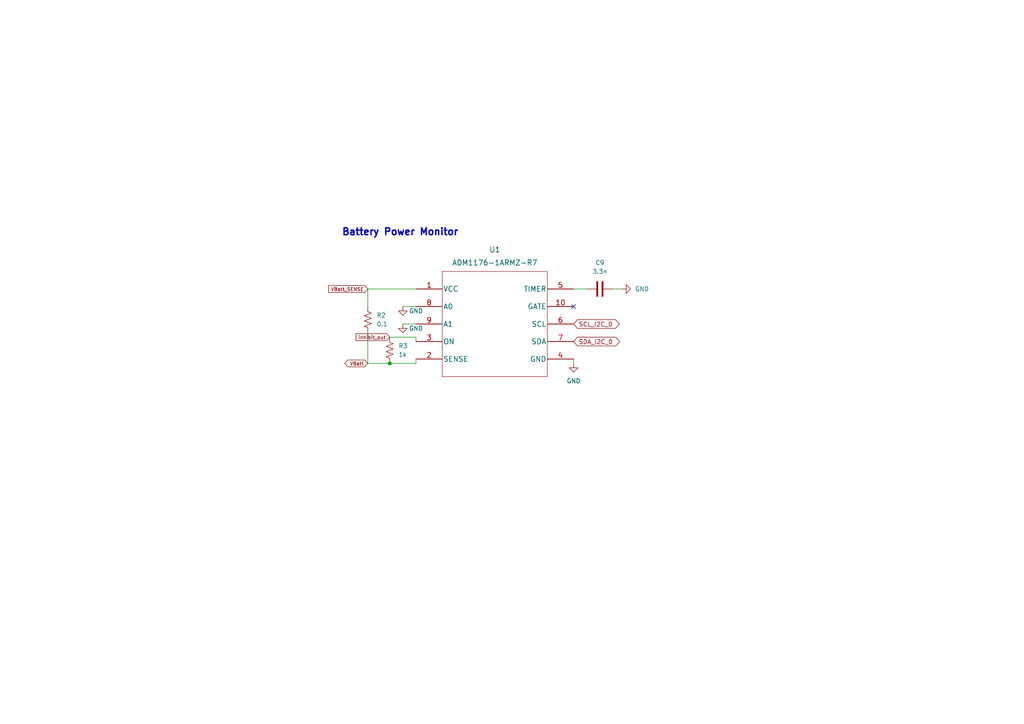
<source format=kicad_sch>
(kicad_sch (version 20211123) (generator eeschema)

  (uuid abad9eab-1114-43d2-af0e-09a1c281ed2b)

  (paper "A4")

  (lib_symbols
    (symbol "ADM1176-1ARMZ-R7:ADM1176-1ARMZ-R7" (pin_names (offset 0.254)) (in_bom yes) (on_board yes)
      (property "Reference" "U" (id 0) (at 22.86 10.16 0)
        (effects (font (size 1.524 1.524)))
      )
      (property "Value" "ADM1176-1ARMZ-R7" (id 1) (at 22.86 7.62 0)
        (effects (font (size 1.524 1.524)))
      )
      (property "Footprint" "RM_10_ADI" (id 2) (at 22.86 6.096 0)
        (effects (font (size 1.524 1.524)) hide)
      )
      (property "Datasheet" "" (id 3) (at 0 0 0)
        (effects (font (size 1.524 1.524)))
      )
      (property "ki_locked" "" (id 4) (at 0 0 0)
        (effects (font (size 1.27 1.27)))
      )
      (property "ki_fp_filters" "RM_10_ADI RM_10_ADI-M RM_10_ADI-L" (id 5) (at 0 0 0)
        (effects (font (size 1.27 1.27)) hide)
      )
      (symbol "ADM1176-1ARMZ-R7_1_1"
        (polyline
          (pts
            (xy 7.62 -25.4)
            (xy 38.1 -25.4)
          )
          (stroke (width 0.127) (type default) (color 0 0 0 0))
          (fill (type none))
        )
        (polyline
          (pts
            (xy 7.62 5.08)
            (xy 7.62 -25.4)
          )
          (stroke (width 0.127) (type default) (color 0 0 0 0))
          (fill (type none))
        )
        (polyline
          (pts
            (xy 38.1 -25.4)
            (xy 38.1 5.08)
          )
          (stroke (width 0.127) (type default) (color 0 0 0 0))
          (fill (type none))
        )
        (polyline
          (pts
            (xy 38.1 5.08)
            (xy 7.62 5.08)
          )
          (stroke (width 0.127) (type default) (color 0 0 0 0))
          (fill (type none))
        )
        (pin unspecified line (at 0 0 0) (length 7.62)
          (name "VCC" (effects (font (size 1.4986 1.4986))))
          (number "1" (effects (font (size 1.4986 1.4986))))
        )
        (pin unspecified line (at 45.72 -5.08 180) (length 7.62)
          (name "GATE" (effects (font (size 1.4986 1.4986))))
          (number "10" (effects (font (size 1.4986 1.4986))))
        )
        (pin unspecified line (at 0 -20.32 0) (length 7.62)
          (name "SENSE" (effects (font (size 1.4986 1.4986))))
          (number "2" (effects (font (size 1.4986 1.4986))))
        )
        (pin unspecified line (at 0 -15.24 0) (length 7.62)
          (name "ON" (effects (font (size 1.4986 1.4986))))
          (number "3" (effects (font (size 1.4986 1.4986))))
        )
        (pin unspecified line (at 45.72 -20.32 180) (length 7.62)
          (name "GND" (effects (font (size 1.4986 1.4986))))
          (number "4" (effects (font (size 1.4986 1.4986))))
        )
        (pin unspecified line (at 45.72 0 180) (length 7.62)
          (name "TIMER" (effects (font (size 1.4986 1.4986))))
          (number "5" (effects (font (size 1.4986 1.4986))))
        )
        (pin unspecified line (at 45.72 -10.16 180) (length 7.62)
          (name "SCL" (effects (font (size 1.4986 1.4986))))
          (number "6" (effects (font (size 1.4986 1.4986))))
        )
        (pin unspecified line (at 45.72 -15.24 180) (length 7.62)
          (name "SDA" (effects (font (size 1.4986 1.4986))))
          (number "7" (effects (font (size 1.4986 1.4986))))
        )
        (pin unspecified line (at 0 -5.08 0) (length 7.62)
          (name "A0" (effects (font (size 1.4986 1.4986))))
          (number "8" (effects (font (size 1.4986 1.4986))))
        )
        (pin unspecified line (at 0 -10.16 0) (length 7.62)
          (name "A1" (effects (font (size 1.4986 1.4986))))
          (number "9" (effects (font (size 1.4986 1.4986))))
        )
      )
    )
    (symbol "Device:C" (pin_numbers hide) (pin_names (offset 0.254)) (in_bom yes) (on_board yes)
      (property "Reference" "C" (id 0) (at 0.635 2.54 0)
        (effects (font (size 1.27 1.27)) (justify left))
      )
      (property "Value" "C" (id 1) (at 0.635 -2.54 0)
        (effects (font (size 1.27 1.27)) (justify left))
      )
      (property "Footprint" "" (id 2) (at 0.9652 -3.81 0)
        (effects (font (size 1.27 1.27)) hide)
      )
      (property "Datasheet" "~" (id 3) (at 0 0 0)
        (effects (font (size 1.27 1.27)) hide)
      )
      (property "ki_keywords" "cap capacitor" (id 4) (at 0 0 0)
        (effects (font (size 1.27 1.27)) hide)
      )
      (property "ki_description" "Unpolarized capacitor" (id 5) (at 0 0 0)
        (effects (font (size 1.27 1.27)) hide)
      )
      (property "ki_fp_filters" "C_*" (id 6) (at 0 0 0)
        (effects (font (size 1.27 1.27)) hide)
      )
      (symbol "C_0_1"
        (polyline
          (pts
            (xy -2.032 -0.762)
            (xy 2.032 -0.762)
          )
          (stroke (width 0.508) (type default) (color 0 0 0 0))
          (fill (type none))
        )
        (polyline
          (pts
            (xy -2.032 0.762)
            (xy 2.032 0.762)
          )
          (stroke (width 0.508) (type default) (color 0 0 0 0))
          (fill (type none))
        )
      )
      (symbol "C_1_1"
        (pin passive line (at 0 3.81 270) (length 2.794)
          (name "~" (effects (font (size 1.27 1.27))))
          (number "1" (effects (font (size 1.27 1.27))))
        )
        (pin passive line (at 0 -3.81 90) (length 2.794)
          (name "~" (effects (font (size 1.27 1.27))))
          (number "2" (effects (font (size 1.27 1.27))))
        )
      )
    )
    (symbol "Device:R_US" (pin_numbers hide) (pin_names (offset 0)) (in_bom yes) (on_board yes)
      (property "Reference" "R" (id 0) (at 2.54 0 90)
        (effects (font (size 1.27 1.27)))
      )
      (property "Value" "R_US" (id 1) (at -2.54 0 90)
        (effects (font (size 1.27 1.27)))
      )
      (property "Footprint" "" (id 2) (at 1.016 -0.254 90)
        (effects (font (size 1.27 1.27)) hide)
      )
      (property "Datasheet" "~" (id 3) (at 0 0 0)
        (effects (font (size 1.27 1.27)) hide)
      )
      (property "ki_keywords" "R res resistor" (id 4) (at 0 0 0)
        (effects (font (size 1.27 1.27)) hide)
      )
      (property "ki_description" "Resistor, US symbol" (id 5) (at 0 0 0)
        (effects (font (size 1.27 1.27)) hide)
      )
      (property "ki_fp_filters" "R_*" (id 6) (at 0 0 0)
        (effects (font (size 1.27 1.27)) hide)
      )
      (symbol "R_US_0_1"
        (polyline
          (pts
            (xy 0 -2.286)
            (xy 0 -2.54)
          )
          (stroke (width 0) (type default) (color 0 0 0 0))
          (fill (type none))
        )
        (polyline
          (pts
            (xy 0 2.286)
            (xy 0 2.54)
          )
          (stroke (width 0) (type default) (color 0 0 0 0))
          (fill (type none))
        )
        (polyline
          (pts
            (xy 0 -0.762)
            (xy 1.016 -1.143)
            (xy 0 -1.524)
            (xy -1.016 -1.905)
            (xy 0 -2.286)
          )
          (stroke (width 0) (type default) (color 0 0 0 0))
          (fill (type none))
        )
        (polyline
          (pts
            (xy 0 0.762)
            (xy 1.016 0.381)
            (xy 0 0)
            (xy -1.016 -0.381)
            (xy 0 -0.762)
          )
          (stroke (width 0) (type default) (color 0 0 0 0))
          (fill (type none))
        )
        (polyline
          (pts
            (xy 0 2.286)
            (xy 1.016 1.905)
            (xy 0 1.524)
            (xy -1.016 1.143)
            (xy 0 0.762)
          )
          (stroke (width 0) (type default) (color 0 0 0 0))
          (fill (type none))
        )
      )
      (symbol "R_US_1_1"
        (pin passive line (at 0 3.81 270) (length 1.27)
          (name "~" (effects (font (size 1.27 1.27))))
          (number "1" (effects (font (size 1.27 1.27))))
        )
        (pin passive line (at 0 -3.81 90) (length 1.27)
          (name "~" (effects (font (size 1.27 1.27))))
          (number "2" (effects (font (size 1.27 1.27))))
        )
      )
    )
    (symbol "power:GND" (power) (pin_names (offset 0)) (in_bom yes) (on_board yes)
      (property "Reference" "#PWR" (id 0) (at 0 -6.35 0)
        (effects (font (size 1.27 1.27)) hide)
      )
      (property "Value" "GND" (id 1) (at 0 -3.81 0)
        (effects (font (size 1.27 1.27)))
      )
      (property "Footprint" "" (id 2) (at 0 0 0)
        (effects (font (size 1.27 1.27)) hide)
      )
      (property "Datasheet" "" (id 3) (at 0 0 0)
        (effects (font (size 1.27 1.27)) hide)
      )
      (property "ki_keywords" "power-flag" (id 4) (at 0 0 0)
        (effects (font (size 1.27 1.27)) hide)
      )
      (property "ki_description" "Power symbol creates a global label with name \"GND\" , ground" (id 5) (at 0 0 0)
        (effects (font (size 1.27 1.27)) hide)
      )
      (symbol "GND_0_1"
        (polyline
          (pts
            (xy 0 0)
            (xy 0 -1.27)
            (xy 1.27 -1.27)
            (xy 0 -2.54)
            (xy -1.27 -1.27)
            (xy 0 -1.27)
          )
          (stroke (width 0) (type default) (color 0 0 0 0))
          (fill (type none))
        )
      )
      (symbol "GND_1_1"
        (pin power_in line (at 0 0 270) (length 0) hide
          (name "GND" (effects (font (size 1.27 1.27))))
          (number "1" (effects (font (size 1.27 1.27))))
        )
      )
    )
  )

  (junction (at 113.03 105.41) (diameter 0) (color 0 0 0 0)
    (uuid c5ad865b-0492-4157-930d-e139c52056fe)
  )

  (no_connect (at 166.37 88.9) (uuid 2ac9f011-0225-4203-bb6d-78ed96818d82))

  (wire (pts (xy 106.68 83.82) (xy 120.65 83.82))
    (stroke (width 0) (type default) (color 0 0 0 0))
    (uuid 20571cf4-e45c-43a7-aba2-83df6de79b32)
  )
  (wire (pts (xy 106.68 105.41) (xy 106.68 96.52))
    (stroke (width 0) (type default) (color 0 0 0 0))
    (uuid 2d752d1f-c0e2-414a-bd51-6c5548a16b3e)
  )
  (wire (pts (xy 120.65 97.79) (xy 113.03 97.79))
    (stroke (width 0) (type default) (color 0 0 0 0))
    (uuid 41ef2cf0-364e-4971-b26a-b3039db7cae2)
  )
  (wire (pts (xy 113.03 105.41) (xy 106.68 105.41))
    (stroke (width 0) (type default) (color 0 0 0 0))
    (uuid 4abc3b89-5538-4b91-97b2-88e1878b6c33)
  )
  (wire (pts (xy 116.84 88.9) (xy 120.65 88.9))
    (stroke (width 0) (type default) (color 0 0 0 0))
    (uuid 4cbe419a-c133-44ab-b95d-621800042f08)
  )
  (wire (pts (xy 106.68 88.9) (xy 106.68 83.82))
    (stroke (width 0) (type default) (color 0 0 0 0))
    (uuid 54c40784-8921-4696-87ec-a300a388dc99)
  )
  (wire (pts (xy 166.37 104.14) (xy 166.37 105.41))
    (stroke (width 0) (type default) (color 0 0 0 0))
    (uuid 61f7e009-5e51-41e1-bfa8-1b928c029ffa)
  )
  (wire (pts (xy 113.03 105.41) (xy 120.65 105.41))
    (stroke (width 0) (type default) (color 0 0 0 0))
    (uuid 6ee47b2e-30d1-46a5-a6fe-03ec4bd80f5b)
  )
  (wire (pts (xy 166.37 83.82) (xy 170.18 83.82))
    (stroke (width 0) (type default) (color 0 0 0 0))
    (uuid 70625f42-ac6f-4d89-b6a3-7cf939a50a30)
  )
  (wire (pts (xy 120.65 105.41) (xy 120.65 104.14))
    (stroke (width 0) (type default) (color 0 0 0 0))
    (uuid 74e43112-240f-40a1-aa5e-0b80d2edf381)
  )
  (wire (pts (xy 177.8 83.82) (xy 180.34 83.82))
    (stroke (width 0) (type default) (color 0 0 0 0))
    (uuid 8ca11752-6b4f-4d48-bbf3-3b0c5da5443c)
  )
  (wire (pts (xy 116.84 93.98) (xy 120.65 93.98))
    (stroke (width 0) (type default) (color 0 0 0 0))
    (uuid b53687fc-9ce7-4139-b3de-3717eb016604)
  )
  (wire (pts (xy 120.65 99.06) (xy 120.65 97.79))
    (stroke (width 0) (type default) (color 0 0 0 0))
    (uuid f9492d16-2f6d-4d35-b8cd-8de6b54ed0a9)
  )

  (text "Battery Power Monitor" (at 99.06 68.58 0)
    (effects (font (size 2 2) bold) (justify left bottom))
    (uuid 5dc60946-a16d-464a-9f43-c5aded140ce8)
  )

  (global_label "SCL_I2C_0" (shape bidirectional) (at 166.37 93.98 0) (fields_autoplaced)
    (effects (font (size 1.27 1.27)) (justify left))
    (uuid 32cacae7-9de2-4b19-be9e-70b45b054dd4)
    (property "Intersheet References" "${INTERSHEET_REFS}" (id 0) (at 178.5198 93.9006 0)
      (effects (font (size 1.27 1.27)) (justify left) hide)
    )
  )
  (global_label "VBatt_SENSE" (shape input) (at 106.68 83.82 180) (fields_autoplaced)
    (effects (font (size 1 1)) (justify right))
    (uuid 85bc2f34-7430-47d9-9a3a-fd2e73901a8e)
    (property "Intersheet References" "${INTERSHEET_REFS}" (id 0) (at 95.3514 83.7575 0)
      (effects (font (size 1 1)) (justify right) hide)
    )
  )
  (global_label "SDA_I2C_0" (shape bidirectional) (at 166.37 99.06 0) (fields_autoplaced)
    (effects (font (size 1.27 1.27)) (justify left))
    (uuid c98f1907-75d6-4591-98b8-aecb647ca30f)
    (property "Intersheet References" "${INTERSHEET_REFS}" (id 0) (at 178.5802 98.9806 0)
      (effects (font (size 1.27 1.27)) (justify left) hide)
    )
  )
  (global_label "VBatt" (shape bidirectional) (at 106.68 105.41 180) (fields_autoplaced)
    (effects (font (size 1 1)) (justify right))
    (uuid d0ab2e79-b0ef-4198-8ec9-0282791afaf2)
    (property "Intersheet References" "${INTERSHEET_REFS}" (id 0) (at 100.8752 105.3475 0)
      (effects (font (size 1 1)) (justify right) hide)
    )
  )
  (global_label "inhibit_out" (shape input) (at 113.03 97.79 180) (fields_autoplaced)
    (effects (font (size 1 1)) (justify right))
    (uuid dccd8f1d-b0df-4593-9c33-4286e27abb1c)
    (property "Intersheet References" "${INTERSHEET_REFS}" (id 0) (at 103.2729 97.7275 0)
      (effects (font (size 1 1)) (justify right) hide)
    )
  )

  (symbol (lib_id "Device:R_US") (at 106.68 92.71 0) (unit 1)
    (in_bom yes) (on_board yes) (fields_autoplaced)
    (uuid 09aef8b3-e5c7-4243-a5b9-088f8aab0150)
    (property "Reference" "R2" (id 0) (at 109.22 91.4399 0)
      (effects (font (size 1.27 1.27)) (justify left))
    )
    (property "Value" "0.1" (id 1) (at 109.22 93.9799 0)
      (effects (font (size 1.27 1.27)) (justify left))
    )
    (property "Footprint" "Resistor_SMD:R_0402_1005Metric" (id 2) (at 107.696 92.964 90)
      (effects (font (size 1.27 1.27)) hide)
    )
    (property "Datasheet" "~" (id 3) (at 106.68 92.71 0)
      (effects (font (size 1.27 1.27)) hide)
    )
    (pin "1" (uuid 808663b6-1c08-4a3e-b488-3a5c2f4ef471))
    (pin "2" (uuid b8cce3c8-f0c4-4b8f-b115-00e65503b64b))
  )

  (symbol (lib_id "power:GND") (at 166.37 105.41 0) (unit 1)
    (in_bom yes) (on_board yes) (fields_autoplaced)
    (uuid 0b12419f-6bdb-4b7b-996d-f54cf3bb4e98)
    (property "Reference" "#PWR0138" (id 0) (at 166.37 111.76 0)
      (effects (font (size 1.27 1.27)) hide)
    )
    (property "Value" "GND" (id 1) (at 166.37 110.49 0))
    (property "Footprint" "" (id 2) (at 166.37 105.41 0)
      (effects (font (size 1.27 1.27)) hide)
    )
    (property "Datasheet" "" (id 3) (at 166.37 105.41 0)
      (effects (font (size 1.27 1.27)) hide)
    )
    (pin "1" (uuid 2550d4bc-9326-41cb-82fe-3f961ec2bf56))
  )

  (symbol (lib_id "power:GND") (at 116.84 88.9 0) (unit 1)
    (in_bom yes) (on_board yes)
    (uuid 0ee27ab8-d5d5-47f4-bc8f-f2bcd6d42e8d)
    (property "Reference" "#PWR0140" (id 0) (at 116.84 95.25 0)
      (effects (font (size 1.27 1.27)) hide)
    )
    (property "Value" "GND" (id 1) (at 120.65 90.17 0))
    (property "Footprint" "" (id 2) (at 116.84 88.9 0)
      (effects (font (size 1.27 1.27)) hide)
    )
    (property "Datasheet" "" (id 3) (at 116.84 88.9 0)
      (effects (font (size 1.27 1.27)) hide)
    )
    (pin "1" (uuid e9cc3434-b103-4877-a3ac-04eebf0fab50))
  )

  (symbol (lib_id "power:GND") (at 180.34 83.82 90) (unit 1)
    (in_bom yes) (on_board yes) (fields_autoplaced)
    (uuid 835d9f16-e204-4dcf-9c0b-cbff81603c63)
    (property "Reference" "#PWR0137" (id 0) (at 186.69 83.82 0)
      (effects (font (size 1.27 1.27)) hide)
    )
    (property "Value" "GND" (id 1) (at 184.15 83.8199 90)
      (effects (font (size 1.27 1.27)) (justify right))
    )
    (property "Footprint" "" (id 2) (at 180.34 83.82 0)
      (effects (font (size 1.27 1.27)) hide)
    )
    (property "Datasheet" "" (id 3) (at 180.34 83.82 0)
      (effects (font (size 1.27 1.27)) hide)
    )
    (pin "1" (uuid 8b9ffbef-f9c5-49a3-9472-da50682af935))
  )

  (symbol (lib_id "Device:C") (at 173.99 83.82 90) (unit 1)
    (in_bom yes) (on_board yes) (fields_autoplaced)
    (uuid 930fd67e-892f-4cdc-b271-b44884d5d9a9)
    (property "Reference" "C9" (id 0) (at 173.99 76.2 90))
    (property "Value" "3.3n" (id 1) (at 173.99 78.74 90))
    (property "Footprint" "Capacitor_SMD:C_0402_1005Metric" (id 2) (at 177.8 82.8548 0)
      (effects (font (size 1.27 1.27)) hide)
    )
    (property "Datasheet" "~" (id 3) (at 173.99 83.82 0)
      (effects (font (size 1.27 1.27)) hide)
    )
    (pin "1" (uuid 45e6ca89-0410-4d8e-818d-0b6b51b7f43a))
    (pin "2" (uuid 344f3b49-88b4-4bf5-86e2-80f53bcea158))
  )

  (symbol (lib_id "power:GND") (at 116.84 93.98 0) (unit 1)
    (in_bom yes) (on_board yes)
    (uuid a967d422-c28f-45e0-bcea-4fd3205016fe)
    (property "Reference" "#PWR0139" (id 0) (at 116.84 100.33 0)
      (effects (font (size 1.27 1.27)) hide)
    )
    (property "Value" "GND" (id 1) (at 120.65 95.25 0))
    (property "Footprint" "" (id 2) (at 116.84 93.98 0)
      (effects (font (size 1.27 1.27)) hide)
    )
    (property "Datasheet" "" (id 3) (at 116.84 93.98 0)
      (effects (font (size 1.27 1.27)) hide)
    )
    (pin "1" (uuid 3399e9d5-cd57-42b3-89a4-eb19ef41ed06))
  )

  (symbol (lib_id "ADM1176-1ARMZ-R7:ADM1176-1ARMZ-R7") (at 120.65 83.82 0) (unit 1)
    (in_bom yes) (on_board yes) (fields_autoplaced)
    (uuid dbe2da81-f751-46af-aedc-7e58adde5e40)
    (property "Reference" "U1" (id 0) (at 143.51 72.39 0)
      (effects (font (size 1.524 1.524)))
    )
    (property "Value" "ADM1176-1ARMZ-R7" (id 1) (at 143.51 76.2 0)
      (effects (font (size 1.524 1.524)))
    )
    (property "Footprint" "Global Footprints:ADM1176-1ARMZ-R7" (id 2) (at 143.51 77.724 0)
      (effects (font (size 1.524 1.524)) hide)
    )
    (property "Datasheet" "" (id 3) (at 120.65 83.82 0)
      (effects (font (size 1.524 1.524)))
    )
    (pin "1" (uuid cca05b13-46ba-45fd-8f44-e6791fb10c94))
    (pin "10" (uuid 7b1ab534-93c8-49b6-b93c-264e789b0980))
    (pin "2" (uuid f2375960-90f2-4a39-841a-cf498daa17f6))
    (pin "3" (uuid 68bdbf5f-5752-470a-aced-12ebe65eeb98))
    (pin "4" (uuid 3e5f269d-a435-4ce4-a94a-71adb7864922))
    (pin "5" (uuid 29d3452c-61f6-4f50-832c-17e6c62e20c2))
    (pin "6" (uuid ec2ce891-b2dc-49da-884e-907fd26ec6b7))
    (pin "7" (uuid 104d8fe9-9cd0-4326-b8f9-753ccaa77f34))
    (pin "8" (uuid 4859f29d-df97-4bde-b33c-89cac05a2151))
    (pin "9" (uuid e490ed70-8b8f-4022-9bb2-2c95c9e26680))
  )

  (symbol (lib_id "Device:R_US") (at 113.03 101.6 0) (unit 1)
    (in_bom yes) (on_board yes) (fields_autoplaced)
    (uuid ee000490-c00a-4628-bd8d-6a1d188039f2)
    (property "Reference" "R3" (id 0) (at 115.57 100.3299 0)
      (effects (font (size 1.27 1.27)) (justify left))
    )
    (property "Value" "1k" (id 1) (at 115.57 102.8699 0)
      (effects (font (size 1.27 1.27)) (justify left))
    )
    (property "Footprint" "Resistor_SMD:R_0402_1005Metric" (id 2) (at 114.046 101.854 90)
      (effects (font (size 1.27 1.27)) hide)
    )
    (property "Datasheet" "~" (id 3) (at 113.03 101.6 0)
      (effects (font (size 1.27 1.27)) hide)
    )
    (pin "1" (uuid f864520c-bd49-4446-a786-393ecf7109fe))
    (pin "2" (uuid 90ea5bbb-fcff-4269-a286-2c7c11833fbf))
  )
)

</source>
